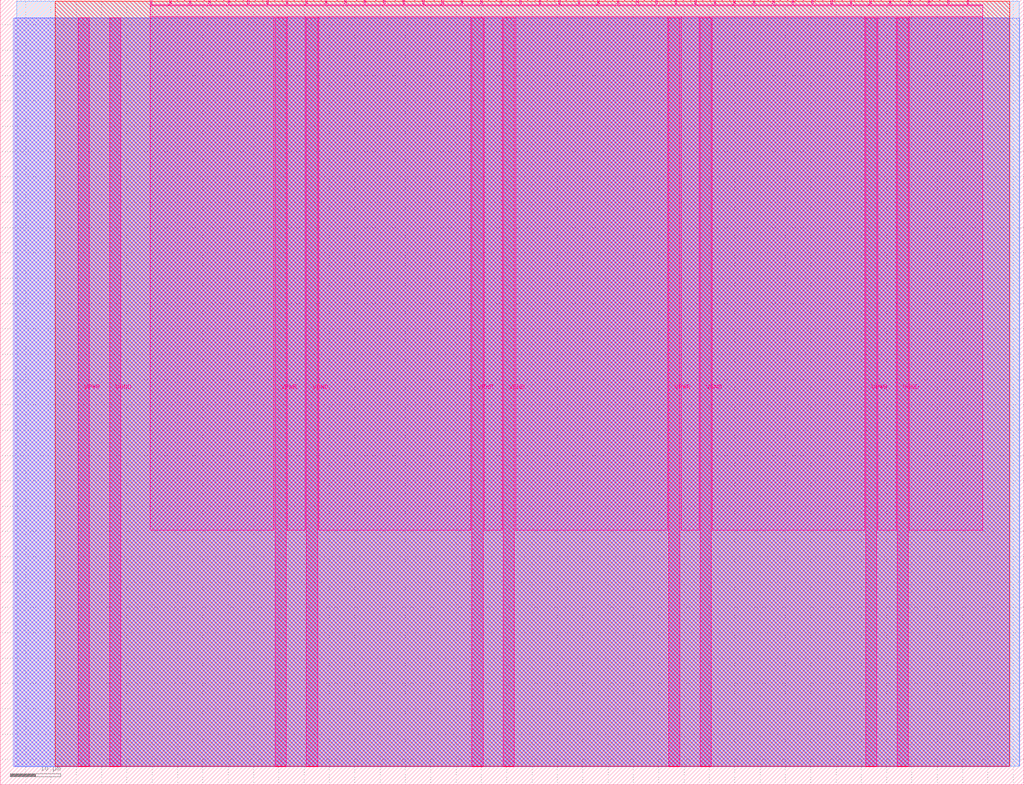
<source format=lef>
VERSION 5.7 ;
  NOWIREEXTENSIONATPIN ON ;
  DIVIDERCHAR "/" ;
  BUSBITCHARS "[]" ;
MACRO tt_um_10_vga_crossyroad
  CLASS BLOCK ;
  FOREIGN tt_um_10_vga_crossyroad ;
  ORIGIN 0.000 0.000 ;
  SIZE 202.080 BY 154.980 ;
  PIN VGND
    DIRECTION INOUT ;
    USE GROUND ;
    PORT
      LAYER Metal5 ;
        RECT 21.580 3.560 23.780 151.420 ;
    END
    PORT
      LAYER Metal5 ;
        RECT 60.450 3.560 62.650 151.420 ;
    END
    PORT
      LAYER Metal5 ;
        RECT 99.320 3.560 101.520 151.420 ;
    END
    PORT
      LAYER Metal5 ;
        RECT 138.190 3.560 140.390 151.420 ;
    END
    PORT
      LAYER Metal5 ;
        RECT 177.060 3.560 179.260 151.420 ;
    END
  END VGND
  PIN VPWR
    DIRECTION INOUT ;
    USE POWER ;
    PORT
      LAYER Metal5 ;
        RECT 15.380 3.560 17.580 151.420 ;
    END
    PORT
      LAYER Metal5 ;
        RECT 54.250 3.560 56.450 151.420 ;
    END
    PORT
      LAYER Metal5 ;
        RECT 93.120 3.560 95.320 151.420 ;
    END
    PORT
      LAYER Metal5 ;
        RECT 131.990 3.560 134.190 151.420 ;
    END
    PORT
      LAYER Metal5 ;
        RECT 170.860 3.560 173.060 151.420 ;
    END
  END VPWR
  PIN clk
    DIRECTION INPUT ;
    USE SIGNAL ;
    ANTENNAGATEAREA 0.213200 ;
    PORT
      LAYER Metal5 ;
        RECT 187.050 153.980 187.350 154.980 ;
    END
  END clk
  PIN ena
    DIRECTION INPUT ;
    USE SIGNAL ;
    PORT
      LAYER Metal5 ;
        RECT 190.890 153.980 191.190 154.980 ;
    END
  END ena
  PIN rst_n
    DIRECTION INPUT ;
    USE SIGNAL ;
    ANTENNAGATEAREA 0.314600 ;
    PORT
      LAYER Metal5 ;
        RECT 183.210 153.980 183.510 154.980 ;
    END
  END rst_n
  PIN ui_in[0]
    DIRECTION INPUT ;
    USE SIGNAL ;
    ANTENNAGATEAREA 0.213200 ;
    PORT
      LAYER Metal5 ;
        RECT 179.370 153.980 179.670 154.980 ;
    END
  END ui_in[0]
  PIN ui_in[1]
    DIRECTION INPUT ;
    USE SIGNAL ;
    PORT
      LAYER Metal5 ;
        RECT 175.530 153.980 175.830 154.980 ;
    END
  END ui_in[1]
  PIN ui_in[2]
    DIRECTION INPUT ;
    USE SIGNAL ;
    PORT
      LAYER Metal5 ;
        RECT 171.690 153.980 171.990 154.980 ;
    END
  END ui_in[2]
  PIN ui_in[3]
    DIRECTION INPUT ;
    USE SIGNAL ;
    PORT
      LAYER Metal5 ;
        RECT 167.850 153.980 168.150 154.980 ;
    END
  END ui_in[3]
  PIN ui_in[4]
    DIRECTION INPUT ;
    USE SIGNAL ;
    PORT
      LAYER Metal5 ;
        RECT 164.010 153.980 164.310 154.980 ;
    END
  END ui_in[4]
  PIN ui_in[5]
    DIRECTION INPUT ;
    USE SIGNAL ;
    PORT
      LAYER Metal5 ;
        RECT 160.170 153.980 160.470 154.980 ;
    END
  END ui_in[5]
  PIN ui_in[6]
    DIRECTION INPUT ;
    USE SIGNAL ;
    PORT
      LAYER Metal5 ;
        RECT 156.330 153.980 156.630 154.980 ;
    END
  END ui_in[6]
  PIN ui_in[7]
    DIRECTION INPUT ;
    USE SIGNAL ;
    PORT
      LAYER Metal5 ;
        RECT 152.490 153.980 152.790 154.980 ;
    END
  END ui_in[7]
  PIN uio_in[0]
    DIRECTION INPUT ;
    USE SIGNAL ;
    PORT
      LAYER Metal5 ;
        RECT 148.650 153.980 148.950 154.980 ;
    END
  END uio_in[0]
  PIN uio_in[1]
    DIRECTION INPUT ;
    USE SIGNAL ;
    PORT
      LAYER Metal5 ;
        RECT 144.810 153.980 145.110 154.980 ;
    END
  END uio_in[1]
  PIN uio_in[2]
    DIRECTION INPUT ;
    USE SIGNAL ;
    PORT
      LAYER Metal5 ;
        RECT 140.970 153.980 141.270 154.980 ;
    END
  END uio_in[2]
  PIN uio_in[3]
    DIRECTION INPUT ;
    USE SIGNAL ;
    PORT
      LAYER Metal5 ;
        RECT 137.130 153.980 137.430 154.980 ;
    END
  END uio_in[3]
  PIN uio_in[4]
    DIRECTION INPUT ;
    USE SIGNAL ;
    PORT
      LAYER Metal5 ;
        RECT 133.290 153.980 133.590 154.980 ;
    END
  END uio_in[4]
  PIN uio_in[5]
    DIRECTION INPUT ;
    USE SIGNAL ;
    PORT
      LAYER Metal5 ;
        RECT 129.450 153.980 129.750 154.980 ;
    END
  END uio_in[5]
  PIN uio_in[6]
    DIRECTION INPUT ;
    USE SIGNAL ;
    PORT
      LAYER Metal5 ;
        RECT 125.610 153.980 125.910 154.980 ;
    END
  END uio_in[6]
  PIN uio_in[7]
    DIRECTION INPUT ;
    USE SIGNAL ;
    PORT
      LAYER Metal5 ;
        RECT 121.770 153.980 122.070 154.980 ;
    END
  END uio_in[7]
  PIN uio_oe[0]
    DIRECTION OUTPUT ;
    USE SIGNAL ;
    ANTENNADIFFAREA 0.299200 ;
    PORT
      LAYER Metal5 ;
        RECT 56.490 153.980 56.790 154.980 ;
    END
  END uio_oe[0]
  PIN uio_oe[1]
    DIRECTION OUTPUT ;
    USE SIGNAL ;
    ANTENNADIFFAREA 0.299200 ;
    PORT
      LAYER Metal5 ;
        RECT 52.650 153.980 52.950 154.980 ;
    END
  END uio_oe[1]
  PIN uio_oe[2]
    DIRECTION OUTPUT ;
    USE SIGNAL ;
    ANTENNADIFFAREA 0.299200 ;
    PORT
      LAYER Metal5 ;
        RECT 48.810 153.980 49.110 154.980 ;
    END
  END uio_oe[2]
  PIN uio_oe[3]
    DIRECTION OUTPUT ;
    USE SIGNAL ;
    ANTENNADIFFAREA 0.299200 ;
    PORT
      LAYER Metal5 ;
        RECT 44.970 153.980 45.270 154.980 ;
    END
  END uio_oe[3]
  PIN uio_oe[4]
    DIRECTION OUTPUT ;
    USE SIGNAL ;
    ANTENNADIFFAREA 0.299200 ;
    PORT
      LAYER Metal5 ;
        RECT 41.130 153.980 41.430 154.980 ;
    END
  END uio_oe[4]
  PIN uio_oe[5]
    DIRECTION OUTPUT ;
    USE SIGNAL ;
    ANTENNADIFFAREA 0.299200 ;
    PORT
      LAYER Metal5 ;
        RECT 37.290 153.980 37.590 154.980 ;
    END
  END uio_oe[5]
  PIN uio_oe[6]
    DIRECTION OUTPUT ;
    USE SIGNAL ;
    ANTENNADIFFAREA 0.299200 ;
    PORT
      LAYER Metal5 ;
        RECT 33.450 153.980 33.750 154.980 ;
    END
  END uio_oe[6]
  PIN uio_oe[7]
    DIRECTION OUTPUT ;
    USE SIGNAL ;
    ANTENNADIFFAREA 0.299200 ;
    PORT
      LAYER Metal5 ;
        RECT 29.610 153.980 29.910 154.980 ;
    END
  END uio_oe[7]
  PIN uio_out[0]
    DIRECTION OUTPUT ;
    USE SIGNAL ;
    ANTENNADIFFAREA 0.299200 ;
    PORT
      LAYER Metal5 ;
        RECT 87.210 153.980 87.510 154.980 ;
    END
  END uio_out[0]
  PIN uio_out[1]
    DIRECTION OUTPUT ;
    USE SIGNAL ;
    ANTENNADIFFAREA 0.299200 ;
    PORT
      LAYER Metal5 ;
        RECT 83.370 153.980 83.670 154.980 ;
    END
  END uio_out[1]
  PIN uio_out[2]
    DIRECTION OUTPUT ;
    USE SIGNAL ;
    ANTENNADIFFAREA 0.299200 ;
    PORT
      LAYER Metal5 ;
        RECT 79.530 153.980 79.830 154.980 ;
    END
  END uio_out[2]
  PIN uio_out[3]
    DIRECTION OUTPUT ;
    USE SIGNAL ;
    ANTENNADIFFAREA 0.299200 ;
    PORT
      LAYER Metal5 ;
        RECT 75.690 153.980 75.990 154.980 ;
    END
  END uio_out[3]
  PIN uio_out[4]
    DIRECTION OUTPUT ;
    USE SIGNAL ;
    ANTENNADIFFAREA 0.299200 ;
    PORT
      LAYER Metal5 ;
        RECT 71.850 153.980 72.150 154.980 ;
    END
  END uio_out[4]
  PIN uio_out[5]
    DIRECTION OUTPUT ;
    USE SIGNAL ;
    ANTENNADIFFAREA 0.299200 ;
    PORT
      LAYER Metal5 ;
        RECT 68.010 153.980 68.310 154.980 ;
    END
  END uio_out[5]
  PIN uio_out[6]
    DIRECTION OUTPUT ;
    USE SIGNAL ;
    ANTENNADIFFAREA 0.299200 ;
    PORT
      LAYER Metal5 ;
        RECT 64.170 153.980 64.470 154.980 ;
    END
  END uio_out[6]
  PIN uio_out[7]
    DIRECTION OUTPUT ;
    USE SIGNAL ;
    ANTENNADIFFAREA 0.299200 ;
    PORT
      LAYER Metal5 ;
        RECT 60.330 153.980 60.630 154.980 ;
    END
  END uio_out[7]
  PIN uo_out[0]
    DIRECTION OUTPUT ;
    USE SIGNAL ;
    ANTENNADIFFAREA 0.654800 ;
    PORT
      LAYER Metal5 ;
        RECT 117.930 153.980 118.230 154.980 ;
    END
  END uo_out[0]
  PIN uo_out[1]
    DIRECTION OUTPUT ;
    USE SIGNAL ;
    ANTENNADIFFAREA 0.654800 ;
    PORT
      LAYER Metal5 ;
        RECT 114.090 153.980 114.390 154.980 ;
    END
  END uo_out[1]
  PIN uo_out[2]
    DIRECTION OUTPUT ;
    USE SIGNAL ;
    ANTENNADIFFAREA 0.654800 ;
    PORT
      LAYER Metal5 ;
        RECT 110.250 153.980 110.550 154.980 ;
    END
  END uo_out[2]
  PIN uo_out[3]
    DIRECTION OUTPUT ;
    USE SIGNAL ;
    ANTENNADIFFAREA 0.654800 ;
    PORT
      LAYER Metal5 ;
        RECT 106.410 153.980 106.710 154.980 ;
    END
  END uo_out[3]
  PIN uo_out[4]
    DIRECTION OUTPUT ;
    USE SIGNAL ;
    ANTENNAGATEAREA 0.180700 ;
    ANTENNADIFFAREA 0.988000 ;
    PORT
      LAYER Metal5 ;
        RECT 102.570 153.980 102.870 154.980 ;
    END
  END uo_out[4]
  PIN uo_out[5]
    DIRECTION OUTPUT ;
    USE SIGNAL ;
    ANTENNAGATEAREA 0.180700 ;
    ANTENNADIFFAREA 0.988000 ;
    PORT
      LAYER Metal5 ;
        RECT 98.730 153.980 99.030 154.980 ;
    END
  END uo_out[5]
  PIN uo_out[6]
    DIRECTION OUTPUT ;
    USE SIGNAL ;
    ANTENNAGATEAREA 0.180700 ;
    ANTENNADIFFAREA 0.988000 ;
    PORT
      LAYER Metal5 ;
        RECT 94.890 153.980 95.190 154.980 ;
    END
  END uo_out[6]
  PIN uo_out[7]
    DIRECTION OUTPUT ;
    USE SIGNAL ;
    ANTENNADIFFAREA 0.654800 ;
    PORT
      LAYER Metal5 ;
        RECT 91.050 153.980 91.350 154.980 ;
    END
  END uo_out[7]
  OBS
      LAYER GatPoly ;
        RECT 2.880 3.630 199.200 151.350 ;
      LAYER Metal1 ;
        RECT 2.880 3.560 199.200 151.420 ;
      LAYER Metal2 ;
        RECT 2.605 3.680 201.265 151.300 ;
      LAYER Metal3 ;
        RECT 3.260 3.635 201.220 154.705 ;
      LAYER Metal4 ;
        RECT 10.895 3.680 199.345 154.660 ;
      LAYER Metal5 ;
        RECT 30.120 153.770 33.240 153.980 ;
        RECT 33.960 153.770 37.080 153.980 ;
        RECT 37.800 153.770 40.920 153.980 ;
        RECT 41.640 153.770 44.760 153.980 ;
        RECT 45.480 153.770 48.600 153.980 ;
        RECT 49.320 153.770 52.440 153.980 ;
        RECT 53.160 153.770 56.280 153.980 ;
        RECT 57.000 153.770 60.120 153.980 ;
        RECT 60.840 153.770 63.960 153.980 ;
        RECT 64.680 153.770 67.800 153.980 ;
        RECT 68.520 153.770 71.640 153.980 ;
        RECT 72.360 153.770 75.480 153.980 ;
        RECT 76.200 153.770 79.320 153.980 ;
        RECT 80.040 153.770 83.160 153.980 ;
        RECT 83.880 153.770 87.000 153.980 ;
        RECT 87.720 153.770 90.840 153.980 ;
        RECT 91.560 153.770 94.680 153.980 ;
        RECT 95.400 153.770 98.520 153.980 ;
        RECT 99.240 153.770 102.360 153.980 ;
        RECT 103.080 153.770 106.200 153.980 ;
        RECT 106.920 153.770 110.040 153.980 ;
        RECT 110.760 153.770 113.880 153.980 ;
        RECT 114.600 153.770 117.720 153.980 ;
        RECT 118.440 153.770 121.560 153.980 ;
        RECT 122.280 153.770 125.400 153.980 ;
        RECT 126.120 153.770 129.240 153.980 ;
        RECT 129.960 153.770 133.080 153.980 ;
        RECT 133.800 153.770 136.920 153.980 ;
        RECT 137.640 153.770 140.760 153.980 ;
        RECT 141.480 153.770 144.600 153.980 ;
        RECT 145.320 153.770 148.440 153.980 ;
        RECT 149.160 153.770 152.280 153.980 ;
        RECT 153.000 153.770 156.120 153.980 ;
        RECT 156.840 153.770 159.960 153.980 ;
        RECT 160.680 153.770 163.800 153.980 ;
        RECT 164.520 153.770 167.640 153.980 ;
        RECT 168.360 153.770 171.480 153.980 ;
        RECT 172.200 153.770 175.320 153.980 ;
        RECT 176.040 153.770 179.160 153.980 ;
        RECT 179.880 153.770 183.000 153.980 ;
        RECT 183.720 153.770 186.840 153.980 ;
        RECT 187.560 153.770 190.680 153.980 ;
        RECT 191.400 153.770 194.020 153.980 ;
        RECT 29.660 151.630 194.020 153.770 ;
        RECT 29.660 50.255 54.040 151.630 ;
        RECT 56.660 50.255 60.240 151.630 ;
        RECT 62.860 50.255 92.910 151.630 ;
        RECT 95.530 50.255 99.110 151.630 ;
        RECT 101.730 50.255 131.780 151.630 ;
        RECT 134.400 50.255 137.980 151.630 ;
        RECT 140.600 50.255 170.650 151.630 ;
        RECT 173.270 50.255 176.850 151.630 ;
        RECT 179.470 50.255 194.020 151.630 ;
  END
END tt_um_10_vga_crossyroad
END LIBRARY


</source>
